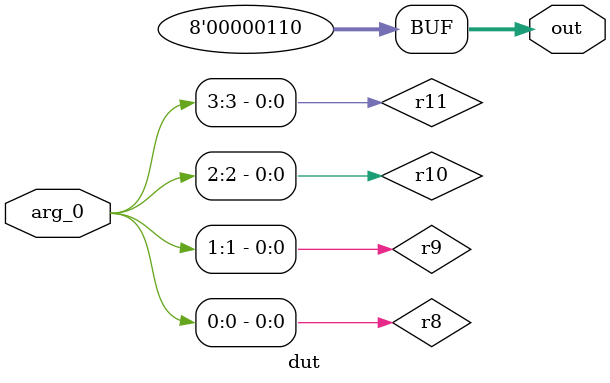
<source format=v>
module testbench();
    wire [7:0] out;
    reg [3:0] arg_0;
    dut t (.out(out),.arg_0(arg_0));
    initial begin
        arg_0 = 4'b0000;
        #0;
        if (8'b00000110 !== out) begin
            $display("ASSERTION FAILED 0x%0h !== 0x%0h CASE 0", 8'b00000110, out);
            $finish;
        end
        arg_0 = 4'b0001;
        #0;
        if (8'b00000110 !== out) begin
            $display("ASSERTION FAILED 0x%0h !== 0x%0h CASE 1", 8'b00000110, out);
            $finish;
        end
        arg_0 = 4'b0010;
        #0;
        if (8'b00000110 !== out) begin
            $display("ASSERTION FAILED 0x%0h !== 0x%0h CASE 2", 8'b00000110, out);
            $finish;
        end
        arg_0 = 4'b0011;
        #0;
        if (8'b00000110 !== out) begin
            $display("ASSERTION FAILED 0x%0h !== 0x%0h CASE 3", 8'b00000110, out);
            $finish;
        end
        arg_0 = 4'b0100;
        #0;
        if (8'b00000110 !== out) begin
            $display("ASSERTION FAILED 0x%0h !== 0x%0h CASE 4", 8'b00000110, out);
            $finish;
        end
        arg_0 = 4'b0101;
        #0;
        if (8'b00000110 !== out) begin
            $display("ASSERTION FAILED 0x%0h !== 0x%0h CASE 5", 8'b00000110, out);
            $finish;
        end
        arg_0 = 4'b0110;
        #0;
        if (8'b00000110 !== out) begin
            $display("ASSERTION FAILED 0x%0h !== 0x%0h CASE 6", 8'b00000110, out);
            $finish;
        end
        arg_0 = 4'b0111;
        #0;
        if (8'b00000110 !== out) begin
            $display("ASSERTION FAILED 0x%0h !== 0x%0h CASE 7", 8'b00000110, out);
            $finish;
        end
        arg_0 = 4'b1000;
        #0;
        if (8'b00000110 !== out) begin
            $display("ASSERTION FAILED 0x%0h !== 0x%0h CASE 8", 8'b00000110, out);
            $finish;
        end
        arg_0 = 4'b1001;
        #0;
        if (8'b00000110 !== out) begin
            $display("ASSERTION FAILED 0x%0h !== 0x%0h CASE 9", 8'b00000110, out);
            $finish;
        end
        arg_0 = 4'b1010;
        #0;
        if (8'b00000110 !== out) begin
            $display("ASSERTION FAILED 0x%0h !== 0x%0h CASE 10", 8'b00000110, out);
            $finish;
        end
        arg_0 = 4'b1011;
        #0;
        if (8'b00000110 !== out) begin
            $display("ASSERTION FAILED 0x%0h !== 0x%0h CASE 11", 8'b00000110, out);
            $finish;
        end
        arg_0 = 4'b1100;
        #0;
        if (8'b00000110 !== out) begin
            $display("ASSERTION FAILED 0x%0h !== 0x%0h CASE 12", 8'b00000110, out);
            $finish;
        end
        arg_0 = 4'b1101;
        #0;
        if (8'b00000110 !== out) begin
            $display("ASSERTION FAILED 0x%0h !== 0x%0h CASE 13", 8'b00000110, out);
            $finish;
        end
        arg_0 = 4'b1110;
        #0;
        if (8'b00000110 !== out) begin
            $display("ASSERTION FAILED 0x%0h !== 0x%0h CASE 14", 8'b00000110, out);
            $finish;
        end
        arg_0 = 4'b1111;
        #0;
        if (8'b00000110 !== out) begin
            $display("ASSERTION FAILED 0x%0h !== 0x%0h CASE 15", 8'b00000110, out);
            $finish;
        end
        $display("TESTBENCH OK", );
        $finish;
    end
endmodule
//
module dut(input wire [3:0] arg_0, output reg [7:0] out);
    reg [0:0] r8;
    reg [0:0] r9;
    reg [0:0] r10;
    reg [0:0] r11;
    initial begin
        r8 = arg_0[0];
        r9 = arg_0[1];
        r10 = arg_0[2];
        r11 = arg_0[3];
        // let arg = arg.val();
        //
        // let a = arg;
        //
        // let b = !a;
        //
        // let c = a + b - 1;
        //
        // let q = (a, b, c, );
        //
        // let (a, b, c, ) = q;
        //
        // {
        // }
        // ;
        //
        // let h = Bar(bits(1), bits(2));
        //
        // let _i = h.0;
        //
        // let Bar(_j, _k, ) = h;
        //
        // let _d = [1, 2, 3, ];
        //
        // let d = Foo/* inference::Foo */ {a: bits(1), b: bits(2), c: [bits(1), bits(2), bits(3), ],};
        //
        // let p = Foo/* inference::Foo */ {a: bits(4), ..d};
        //
        // {
        // }
        // ;
        //
        // let h = {
        //    let e = 3;
        //    let f = 4;
        //    bits(e) + bits(f)
        // }
        // ;
        //
        // let e = 3;
        //
        // let f = 4;
        //
        // bits(e) + bits(f)
        //
        // {
        // }
        // ;
        //
        // let Foo {a: a, b: b,} = d;
        //
        // {
        // }
        // ;
        //
        // let g = d.c[1];
        //
        // let e = d.a;
        //
        // let d: b8 = bits(7);
        //
        // if d > bits(0) {
        //    d -= 1;
        //    return signal(d);
        // }
        //
        //
        // d -= 1;
        //
        // return signal(d);
        //
        // let j = if d < bits(3) {
        //    bits(7)
        // }
        //  else {
        //    bits(9)
        // }
        // ;
        //
        // bits(7)
        //
        // bits(9)
        //
        // let k = State :: Boom;
        //
        // {
        // }
        // ;
        //
        // let l = State::Run(bits(3));
        //
        // let j = match l {
        //    const State::Init => 1,
        //    State::Run(_a, )#1_b2 => 2,
        //    const State::Boom => 3,
        //    _ => 4,
        // };
        //
        // for ndx in 0..8 {
        //    d += ndx;
        // }
        //
        //
        // d += ndx;
        //
        // d += ndx;
        //
        // d += ndx;
        //
        // d += ndx;
        //
        // d += ndx;
        //
        // d += ndx;
        //
        // d += ndx;
        //
        // d += ndx;
        //
        // signal(42 + bits(j))
        //
        out = { 1'b0, 1'b0, 1'b0, 1'b0, 1'b0, 1'b1, 1'b1, 1'b0 };
    end
endmodule

</source>
